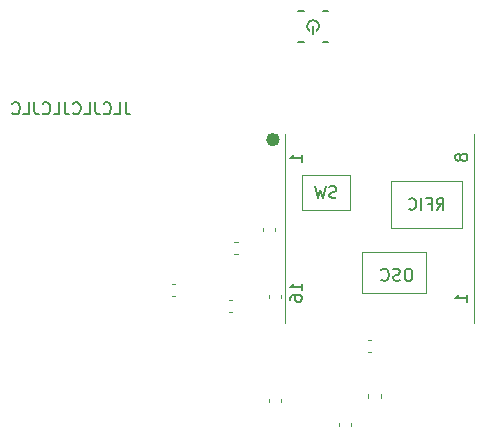
<source format=gbr>
%TF.GenerationSoftware,KiCad,Pcbnew,(6.0.1)*%
%TF.CreationDate,2022-04-25T14:18:18+03:00*%
%TF.ProjectId,fcb,6663622e-6b69-4636-9164-5f7063625858,0*%
%TF.SameCoordinates,Original*%
%TF.FileFunction,Legend,Bot*%
%TF.FilePolarity,Positive*%
%FSLAX46Y46*%
G04 Gerber Fmt 4.6, Leading zero omitted, Abs format (unit mm)*
G04 Created by KiCad (PCBNEW (6.0.1)) date 2022-04-25 14:18:18*
%MOMM*%
%LPD*%
G01*
G04 APERTURE LIST*
%ADD10C,0.150000*%
%ADD11C,0.120000*%
%ADD12C,0.560000*%
G04 APERTURE END LIST*
D10*
X138119047Y-91952380D02*
X138119047Y-92666666D01*
X138166666Y-92809523D01*
X138261904Y-92904761D01*
X138404761Y-92952380D01*
X138500000Y-92952380D01*
X137166666Y-92952380D02*
X137642857Y-92952380D01*
X137642857Y-91952380D01*
X136261904Y-92857142D02*
X136309523Y-92904761D01*
X136452380Y-92952380D01*
X136547619Y-92952380D01*
X136690476Y-92904761D01*
X136785714Y-92809523D01*
X136833333Y-92714285D01*
X136880952Y-92523809D01*
X136880952Y-92380952D01*
X136833333Y-92190476D01*
X136785714Y-92095238D01*
X136690476Y-92000000D01*
X136547619Y-91952380D01*
X136452380Y-91952380D01*
X136309523Y-92000000D01*
X136261904Y-92047619D01*
X135547619Y-91952380D02*
X135547619Y-92666666D01*
X135595238Y-92809523D01*
X135690476Y-92904761D01*
X135833333Y-92952380D01*
X135928571Y-92952380D01*
X134595238Y-92952380D02*
X135071428Y-92952380D01*
X135071428Y-91952380D01*
X133690476Y-92857142D02*
X133738095Y-92904761D01*
X133880952Y-92952380D01*
X133976190Y-92952380D01*
X134119047Y-92904761D01*
X134214285Y-92809523D01*
X134261904Y-92714285D01*
X134309523Y-92523809D01*
X134309523Y-92380952D01*
X134261904Y-92190476D01*
X134214285Y-92095238D01*
X134119047Y-92000000D01*
X133976190Y-91952380D01*
X133880952Y-91952380D01*
X133738095Y-92000000D01*
X133690476Y-92047619D01*
X132976190Y-91952380D02*
X132976190Y-92666666D01*
X133023809Y-92809523D01*
X133119047Y-92904761D01*
X133261904Y-92952380D01*
X133357142Y-92952380D01*
X132023809Y-92952380D02*
X132500000Y-92952380D01*
X132500000Y-91952380D01*
X131119047Y-92857142D02*
X131166666Y-92904761D01*
X131309523Y-92952380D01*
X131404761Y-92952380D01*
X131547619Y-92904761D01*
X131642857Y-92809523D01*
X131690476Y-92714285D01*
X131738095Y-92523809D01*
X131738095Y-92380952D01*
X131690476Y-92190476D01*
X131642857Y-92095238D01*
X131547619Y-92000000D01*
X131404761Y-91952380D01*
X131309523Y-91952380D01*
X131166666Y-92000000D01*
X131119047Y-92047619D01*
X130404761Y-91952380D02*
X130404761Y-92666666D01*
X130452380Y-92809523D01*
X130547619Y-92904761D01*
X130690476Y-92952380D01*
X130785714Y-92952380D01*
X129452380Y-92952380D02*
X129928571Y-92952380D01*
X129928571Y-91952380D01*
X128547619Y-92857142D02*
X128595238Y-92904761D01*
X128738095Y-92952380D01*
X128833333Y-92952380D01*
X128976190Y-92904761D01*
X129071428Y-92809523D01*
X129119047Y-92714285D01*
X129166666Y-92523809D01*
X129166666Y-92380952D01*
X129119047Y-92190476D01*
X129071428Y-92095238D01*
X128976190Y-92000000D01*
X128833333Y-91952380D01*
X128738095Y-91952380D01*
X128595238Y-92000000D01*
X128547619Y-92047619D01*
%TO.C,U6*%
X164457142Y-101052380D02*
X164790476Y-100576190D01*
X165028571Y-101052380D02*
X165028571Y-100052380D01*
X164647619Y-100052380D01*
X164552380Y-100100000D01*
X164504761Y-100147619D01*
X164457142Y-100242857D01*
X164457142Y-100385714D01*
X164504761Y-100480952D01*
X164552380Y-100528571D01*
X164647619Y-100576190D01*
X165028571Y-100576190D01*
X163695238Y-100528571D02*
X164028571Y-100528571D01*
X164028571Y-101052380D02*
X164028571Y-100052380D01*
X163552380Y-100052380D01*
X163171428Y-101052380D02*
X163171428Y-100052380D01*
X162123809Y-100957142D02*
X162171428Y-101004761D01*
X162314285Y-101052380D01*
X162409523Y-101052380D01*
X162552380Y-101004761D01*
X162647619Y-100909523D01*
X162695238Y-100814285D01*
X162742857Y-100623809D01*
X162742857Y-100480952D01*
X162695238Y-100290476D01*
X162647619Y-100195238D01*
X162552380Y-100100000D01*
X162409523Y-100052380D01*
X162314285Y-100052380D01*
X162171428Y-100100000D01*
X162123809Y-100147619D01*
X153052380Y-96959404D02*
X153052380Y-96387976D01*
X153052380Y-96673690D02*
X152052380Y-96673690D01*
X152195238Y-96578452D01*
X152290476Y-96483214D01*
X152338095Y-96387976D01*
X166480952Y-96504761D02*
X166433333Y-96409523D01*
X166385714Y-96361904D01*
X166290476Y-96314285D01*
X166242857Y-96314285D01*
X166147619Y-96361904D01*
X166100000Y-96409523D01*
X166052380Y-96504761D01*
X166052380Y-96695238D01*
X166100000Y-96790476D01*
X166147619Y-96838095D01*
X166242857Y-96885714D01*
X166290476Y-96885714D01*
X166385714Y-96838095D01*
X166433333Y-96790476D01*
X166480952Y-96695238D01*
X166480952Y-96504761D01*
X166528571Y-96409523D01*
X166576190Y-96361904D01*
X166671428Y-96314285D01*
X166861904Y-96314285D01*
X166957142Y-96361904D01*
X167004761Y-96409523D01*
X167052380Y-96504761D01*
X167052380Y-96695238D01*
X167004761Y-96790476D01*
X166957142Y-96838095D01*
X166861904Y-96885714D01*
X166671428Y-96885714D01*
X166576190Y-96838095D01*
X166528571Y-96790476D01*
X166480952Y-96695238D01*
X162171428Y-106052380D02*
X161980952Y-106052380D01*
X161885714Y-106100000D01*
X161790476Y-106195238D01*
X161742857Y-106385714D01*
X161742857Y-106719047D01*
X161790476Y-106909523D01*
X161885714Y-107004761D01*
X161980952Y-107052380D01*
X162171428Y-107052380D01*
X162266666Y-107004761D01*
X162361904Y-106909523D01*
X162409523Y-106719047D01*
X162409523Y-106385714D01*
X162361904Y-106195238D01*
X162266666Y-106100000D01*
X162171428Y-106052380D01*
X161361904Y-107004761D02*
X161219047Y-107052380D01*
X160980952Y-107052380D01*
X160885714Y-107004761D01*
X160838095Y-106957142D01*
X160790476Y-106861904D01*
X160790476Y-106766666D01*
X160838095Y-106671428D01*
X160885714Y-106623809D01*
X160980952Y-106576190D01*
X161171428Y-106528571D01*
X161266666Y-106480952D01*
X161314285Y-106433333D01*
X161361904Y-106338095D01*
X161361904Y-106242857D01*
X161314285Y-106147619D01*
X161266666Y-106100000D01*
X161171428Y-106052380D01*
X160933333Y-106052380D01*
X160790476Y-106100000D01*
X159790476Y-106957142D02*
X159838095Y-107004761D01*
X159980952Y-107052380D01*
X160076190Y-107052380D01*
X160219047Y-107004761D01*
X160314285Y-106909523D01*
X160361904Y-106814285D01*
X160409523Y-106623809D01*
X160409523Y-106480952D01*
X160361904Y-106290476D01*
X160314285Y-106195238D01*
X160219047Y-106100000D01*
X160076190Y-106052380D01*
X159980952Y-106052380D01*
X159838095Y-106100000D01*
X159790476Y-106147619D01*
X155957142Y-100004761D02*
X155814285Y-100052380D01*
X155576190Y-100052380D01*
X155480952Y-100004761D01*
X155433333Y-99957142D01*
X155385714Y-99861904D01*
X155385714Y-99766666D01*
X155433333Y-99671428D01*
X155480952Y-99623809D01*
X155576190Y-99576190D01*
X155766666Y-99528571D01*
X155861904Y-99480952D01*
X155909523Y-99433333D01*
X155957142Y-99338095D01*
X155957142Y-99242857D01*
X155909523Y-99147619D01*
X155861904Y-99100000D01*
X155766666Y-99052380D01*
X155528571Y-99052380D01*
X155385714Y-99100000D01*
X155052380Y-99052380D02*
X154814285Y-100052380D01*
X154623809Y-99338095D01*
X154433333Y-100052380D01*
X154195238Y-99052380D01*
X153052380Y-107859642D02*
X153052380Y-107288214D01*
X153052380Y-107573928D02*
X152052380Y-107573928D01*
X152195238Y-107478690D01*
X152290476Y-107383452D01*
X152338095Y-107288214D01*
X152052380Y-108716785D02*
X152052380Y-108526309D01*
X152100000Y-108431071D01*
X152147619Y-108383452D01*
X152290476Y-108288214D01*
X152480952Y-108240595D01*
X152861904Y-108240595D01*
X152957142Y-108288214D01*
X153004761Y-108335833D01*
X153052380Y-108431071D01*
X153052380Y-108621547D01*
X153004761Y-108716785D01*
X152957142Y-108764404D01*
X152861904Y-108812023D01*
X152623809Y-108812023D01*
X152528571Y-108764404D01*
X152480952Y-108716785D01*
X152433333Y-108621547D01*
X152433333Y-108431071D01*
X152480952Y-108335833D01*
X152528571Y-108288214D01*
X152623809Y-108240595D01*
X167052380Y-108812023D02*
X167052380Y-108240595D01*
X167052380Y-108526309D02*
X166052380Y-108526309D01*
X166195238Y-108431071D01*
X166290476Y-108335833D01*
X166338095Y-108240595D01*
D11*
%TO.C,C15*%
X149740000Y-102865580D02*
X149740000Y-102584420D01*
X150760000Y-102865580D02*
X150760000Y-102584420D01*
%TO.C,C5*%
X158659420Y-112090000D02*
X158940580Y-112090000D01*
X158659420Y-113110000D02*
X158940580Y-113110000D01*
%TO.C,C7*%
X147165580Y-109710000D02*
X146884420Y-109710000D01*
X147165580Y-108690000D02*
X146884420Y-108690000D01*
%TO.C,U6*%
D12*
X150880000Y-95100000D02*
G75*
G03*
X150880000Y-95100000I-280000J0D01*
G01*
D11*
X153100000Y-98100000D02*
X157100000Y-98100000D01*
X157100000Y-98100000D02*
X157100000Y-101100000D01*
X157100000Y-101100000D02*
X153100000Y-101100000D01*
X153100000Y-101100000D02*
X153100000Y-98100000D01*
X160600000Y-98600000D02*
X166600000Y-98600000D01*
X166600000Y-98600000D02*
X166600000Y-102600000D01*
X166600000Y-102600000D02*
X160600000Y-102600000D01*
X160600000Y-102600000D02*
X160600000Y-98600000D01*
X158100000Y-104600000D02*
X163600000Y-104600000D01*
X163600000Y-104600000D02*
X163600000Y-108100000D01*
X163600000Y-108100000D02*
X158100000Y-108100000D01*
X158100000Y-108100000D02*
X158100000Y-104600000D01*
X167600000Y-94600000D02*
X167600000Y-110600000D01*
X151600000Y-94600000D02*
X151600000Y-110600000D01*
%TO.C,C16*%
X147334420Y-104760000D02*
X147615580Y-104760000D01*
X147334420Y-103740000D02*
X147615580Y-103740000D01*
%TO.C,C18*%
X158690000Y-116659420D02*
X158690000Y-116940580D01*
X159710000Y-116659420D02*
X159710000Y-116940580D01*
%TO.C,C6*%
X150290000Y-117340580D02*
X150290000Y-117059420D01*
X151310000Y-117340580D02*
X151310000Y-117059420D01*
%TO.C,C14*%
X142059420Y-107290000D02*
X142340580Y-107290000D01*
X142059420Y-108310000D02*
X142340580Y-108310000D01*
%TO.C,C8*%
X151310000Y-108540580D02*
X151310000Y-108259420D01*
X150290000Y-108540580D02*
X150290000Y-108259420D01*
D10*
%TO.C,J3*%
X154300000Y-85900000D02*
G75*
G03*
X153700000Y-85900000I-300000J400000D01*
G01*
X155300000Y-84200000D02*
X154800000Y-84200000D01*
X155300000Y-86800000D02*
X154800000Y-86800000D01*
X154000000Y-85500000D02*
X154000000Y-86200000D01*
X152700000Y-84200000D02*
X153200000Y-84200000D01*
X152700000Y-86800000D02*
X153200000Y-86800000D01*
D11*
%TO.C,C21*%
X157210000Y-119059420D02*
X157210000Y-119340580D01*
X156190000Y-119059420D02*
X156190000Y-119340580D01*
%TD*%
M02*

</source>
